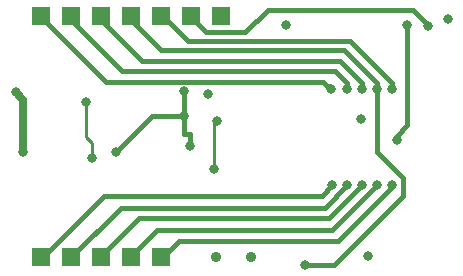
<source format=gbr>
%FSLAX35Y35*%
%MOIN*%
G04 EasyPC Gerber Version 18.0.8 Build 3632 *
%ADD24R,0.06000X0.06000*%
%ADD13C,0.01000*%
%ADD27C,0.01500*%
%ADD72C,0.02500*%
%ADD26C,0.03200*%
%ADD18C,0.03543*%
X0Y0D02*
D02*
D13*
X73750Y57850D02*
Y46250D01*
X75750Y44250*
Y39250*
X116250Y35750D02*
Y51750D01*
X117250*
D02*
D18*
X116847Y6266D03*
X128658D03*
D02*
D24*
X58750Y6250D03*
Y86750D03*
X68750Y6250D03*
Y86750D03*
X78750Y6250D03*
Y86750D03*
X88750Y6250D03*
Y86750D03*
X98750Y6250D03*
Y86750D03*
X108750D03*
X118750D03*
D02*
D26*
X50250Y61250D03*
X52750Y41250D03*
X73750Y57850D03*
X75750Y39250D03*
X83750Y41250D03*
X106250Y53250D03*
Y61750D03*
X108250Y43250D03*
X114250Y60750D03*
X116250Y35750D03*
X117250Y51750D03*
X140250Y83750D03*
X146750Y3750D03*
X155250Y62250D03*
X155750Y30250D03*
X160750D03*
Y62250D03*
X165250Y52250D03*
X165750Y30250D03*
Y62250D03*
X167750Y6750D03*
X170750Y30250D03*
Y62250D03*
X175750Y30250D03*
Y62250D03*
X177250Y45250D03*
X180750Y83750D03*
X187750Y83250D03*
X194250Y85750D03*
D02*
D27*
X58750Y6250D02*
X59250D01*
X79750Y26750*
X152250*
X155750Y30250*
X68750Y6250D02*
X85250Y22750D01*
X153250*
X160750Y30250*
X78750Y6250D02*
X78250D01*
X91250Y19250*
X154750*
X165750Y30250*
X78750Y86750D02*
Y85250D01*
X92250Y71750*
X158250*
X165750Y64250*
Y62250*
X83750Y41250D02*
X95750Y53250D01*
X106250*
X88750Y6250D02*
X90750D01*
Y8750*
X97250Y15250*
X155750*
X170750Y30250*
X88750Y86750D02*
Y85250D01*
X98750Y75250*
X159750*
X170750Y64250*
Y62250*
X98750Y6250D02*
Y6750D01*
X99750*
X104750Y11750*
X157750*
X175750Y29750*
Y30250*
X98750Y86750D02*
X99250D01*
X107750Y78250*
X161750*
X175750Y64250*
Y62250*
X106250Y53250D02*
Y47250D01*
X108250*
Y43250*
X106250Y53250D02*
Y61750D01*
X108750Y86750D02*
Y86250D01*
X113750Y81250*
X126750*
X134250Y88750*
X182750*
X187750Y83750*
Y83250*
X155250Y62250D02*
X152750Y64750D01*
X80250*
X58750Y86250*
Y86750*
X160750Y62250D02*
Y64250D01*
X156750Y68250*
X85750*
X68750Y85250*
Y86750*
X170750Y62250D02*
Y41250D01*
X179250Y32750*
Y26750*
X156250Y3750*
X146750*
X180750Y83750D02*
Y50250D01*
X177250Y46750*
Y45250*
D02*
D72*
X52750Y41250D02*
Y58750D01*
X50250Y61250*
X0Y0D02*
M02*

</source>
